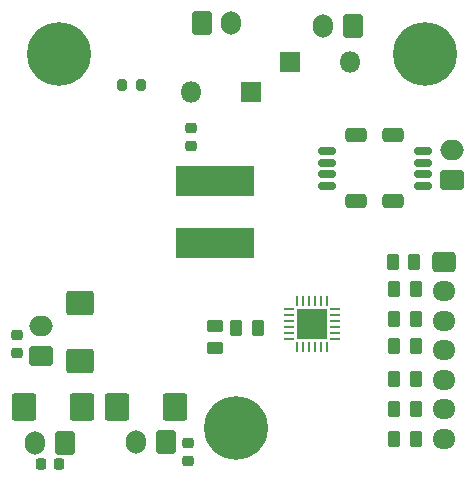
<source format=gbr>
%TF.GenerationSoftware,KiCad,Pcbnew,(6.0.1)*%
%TF.CreationDate,2022-03-12T23:59:44-07:00*%
%TF.ProjectId,PowerBackup,506f7765-7242-4616-936b-75702e6b6963,rev?*%
%TF.SameCoordinates,Original*%
%TF.FileFunction,Soldermask,Bot*%
%TF.FilePolarity,Negative*%
%FSLAX46Y46*%
G04 Gerber Fmt 4.6, Leading zero omitted, Abs format (unit mm)*
G04 Created by KiCad (PCBNEW (6.0.1)) date 2022-03-12 23:59:44*
%MOMM*%
%LPD*%
G01*
G04 APERTURE LIST*
G04 Aperture macros list*
%AMRoundRect*
0 Rectangle with rounded corners*
0 $1 Rounding radius*
0 $2 $3 $4 $5 $6 $7 $8 $9 X,Y pos of 4 corners*
0 Add a 4 corners polygon primitive as box body*
4,1,4,$2,$3,$4,$5,$6,$7,$8,$9,$2,$3,0*
0 Add four circle primitives for the rounded corners*
1,1,$1+$1,$2,$3*
1,1,$1+$1,$4,$5*
1,1,$1+$1,$6,$7*
1,1,$1+$1,$8,$9*
0 Add four rect primitives between the rounded corners*
20,1,$1+$1,$2,$3,$4,$5,0*
20,1,$1+$1,$4,$5,$6,$7,0*
20,1,$1+$1,$6,$7,$8,$9,0*
20,1,$1+$1,$8,$9,$2,$3,0*%
G04 Aperture macros list end*
%ADD10RoundRect,0.200000X0.200000X0.275000X-0.200000X0.275000X-0.200000X-0.275000X0.200000X-0.275000X0*%
%ADD11R,1.800000X1.800000*%
%ADD12O,1.800000X1.800000*%
%ADD13RoundRect,0.250000X0.750000X-0.600000X0.750000X0.600000X-0.750000X0.600000X-0.750000X-0.600000X0*%
%ADD14O,2.000000X1.700000*%
%ADD15RoundRect,0.250000X0.600000X0.750000X-0.600000X0.750000X-0.600000X-0.750000X0.600000X-0.750000X0*%
%ADD16O,1.700000X2.000000*%
%ADD17RoundRect,0.250000X-0.725000X0.600000X-0.725000X-0.600000X0.725000X-0.600000X0.725000X0.600000X0*%
%ADD18O,1.950000X1.700000*%
%ADD19C,5.400000*%
%ADD20RoundRect,0.250000X-0.600000X-0.750000X0.600000X-0.750000X0.600000X0.750000X-0.600000X0.750000X0*%
%ADD21RoundRect,0.250000X0.925000X-0.787500X0.925000X0.787500X-0.925000X0.787500X-0.925000X-0.787500X0*%
%ADD22RoundRect,0.225000X0.225000X0.250000X-0.225000X0.250000X-0.225000X-0.250000X0.225000X-0.250000X0*%
%ADD23RoundRect,0.250000X0.262500X0.450000X-0.262500X0.450000X-0.262500X-0.450000X0.262500X-0.450000X0*%
%ADD24RoundRect,0.250000X0.787500X0.925000X-0.787500X0.925000X-0.787500X-0.925000X0.787500X-0.925000X0*%
%ADD25RoundRect,0.225000X-0.250000X0.225000X-0.250000X-0.225000X0.250000X-0.225000X0.250000X0.225000X0*%
%ADD26RoundRect,0.225000X0.250000X-0.225000X0.250000X0.225000X-0.250000X0.225000X-0.250000X-0.225000X0*%
%ADD27RoundRect,0.062500X0.375000X0.062500X-0.375000X0.062500X-0.375000X-0.062500X0.375000X-0.062500X0*%
%ADD28RoundRect,0.062500X0.062500X0.375000X-0.062500X0.375000X-0.062500X-0.375000X0.062500X-0.375000X0*%
%ADD29R,2.500000X2.500000*%
%ADD30RoundRect,0.150000X-0.625000X0.150000X-0.625000X-0.150000X0.625000X-0.150000X0.625000X0.150000X0*%
%ADD31RoundRect,0.250000X-0.650000X0.350000X-0.650000X-0.350000X0.650000X-0.350000X0.650000X0.350000X0*%
%ADD32RoundRect,0.250000X-0.450000X0.262500X-0.450000X-0.262500X0.450000X-0.262500X0.450000X0.262500X0*%
%ADD33RoundRect,0.150000X0.625000X-0.150000X0.625000X0.150000X-0.625000X0.150000X-0.625000X-0.150000X0*%
%ADD34RoundRect,0.250000X0.650000X-0.350000X0.650000X0.350000X-0.650000X0.350000X-0.650000X-0.350000X0*%
%ADD35R,6.700000X2.500000*%
G04 APERTURE END LIST*
D10*
%TO.C,R25*%
X120375000Y-85000000D03*
X122025000Y-85000000D03*
%TD*%
D11*
%TO.C,D1*%
X134635000Y-83100000D03*
D12*
X139715000Y-83100000D03*
%TD*%
D13*
%TO.C,J6*%
X148325000Y-93025000D03*
D14*
X148325000Y-90525000D03*
%TD*%
D13*
%TO.C,J8*%
X113521000Y-107930000D03*
D14*
X113521000Y-105430000D03*
%TD*%
D11*
%TO.C,D2*%
X131365000Y-85600000D03*
D12*
X126285000Y-85600000D03*
%TD*%
D15*
%TO.C,J9*%
X124100000Y-115275000D03*
D16*
X121600000Y-115275000D03*
%TD*%
D17*
%TO.C,J2*%
X147628764Y-99960836D03*
D18*
X147628764Y-102460836D03*
X147628764Y-104960836D03*
X147628764Y-107460836D03*
X147628764Y-109960836D03*
X147628764Y-112460836D03*
X147628764Y-114960836D03*
%TD*%
D19*
%TO.C,H3*%
X130048000Y-114046000D03*
%TD*%
%TO.C,H1*%
X115062000Y-82423000D03*
%TD*%
D20*
%TO.C,J7*%
X127150000Y-79775000D03*
D16*
X129650000Y-79775000D03*
%TD*%
D19*
%TO.C,H2*%
X146050000Y-82423000D03*
%TD*%
D15*
%TO.C,J10*%
X115550000Y-115333000D03*
D16*
X113050000Y-115333000D03*
%TD*%
D21*
%TO.C,C22*%
X116840000Y-108380500D03*
X116840000Y-103455500D03*
%TD*%
D15*
%TO.C,J1*%
X139954000Y-80010000D03*
D16*
X137454000Y-80010000D03*
%TD*%
D22*
%TO.C,C20*%
X115075000Y-117094000D03*
X113525000Y-117094000D03*
%TD*%
D23*
%TO.C,R1*%
X145162500Y-100000000D03*
X143337500Y-100000000D03*
%TD*%
%TO.C,R7*%
X145266000Y-112446000D03*
X143441000Y-112446000D03*
%TD*%
D24*
%TO.C,C23*%
X117016500Y-112268000D03*
X112091500Y-112268000D03*
%TD*%
D25*
%TO.C,C21*%
X125984000Y-115303000D03*
X125984000Y-116853000D03*
%TD*%
D24*
%TO.C,C24*%
X124890500Y-112268000D03*
X119965500Y-112268000D03*
%TD*%
D23*
%TO.C,R4*%
X145266000Y-114986000D03*
X143441000Y-114986000D03*
%TD*%
D26*
%TO.C,C19*%
X111506000Y-107709000D03*
X111506000Y-106159000D03*
%TD*%
D25*
%TO.C,C13*%
X126238000Y-88633000D03*
X126238000Y-90183000D03*
%TD*%
D23*
%TO.C,R5*%
X145266000Y-107112000D03*
X143441000Y-107112000D03*
%TD*%
D27*
%TO.C,U1*%
X138437500Y-104000000D03*
X138437500Y-104500000D03*
X138437500Y-105000000D03*
X138437500Y-105500000D03*
X138437500Y-106000000D03*
X138437500Y-106500000D03*
D28*
X137750000Y-107187500D03*
X137250000Y-107187500D03*
X136750000Y-107187500D03*
X136250000Y-107187500D03*
X135750000Y-107187500D03*
X135250000Y-107187500D03*
D27*
X134562500Y-106500000D03*
X134562500Y-106000000D03*
X134562500Y-105500000D03*
X134562500Y-105000000D03*
X134562500Y-104500000D03*
X134562500Y-104000000D03*
D28*
X135250000Y-103312500D03*
X135750000Y-103312500D03*
X136250000Y-103312500D03*
X136750000Y-103312500D03*
X137250000Y-103312500D03*
X137750000Y-103312500D03*
D29*
X136500000Y-105250000D03*
%TD*%
D23*
%TO.C,R6*%
X145266000Y-102286000D03*
X143441000Y-102286000D03*
%TD*%
D30*
%TO.C,J5*%
X145875000Y-90575000D03*
X145875000Y-91575000D03*
X145875000Y-92575000D03*
X145875000Y-93575000D03*
D31*
X143350000Y-94875000D03*
X143350000Y-89275000D03*
%TD*%
D23*
%TO.C,R24*%
X131912500Y-105600000D03*
X130087500Y-105600000D03*
%TD*%
%TO.C,R2*%
X145266000Y-104826000D03*
X143441000Y-104826000D03*
%TD*%
D32*
%TO.C,R14*%
X128250000Y-105437500D03*
X128250000Y-107262500D03*
%TD*%
D33*
%TO.C,J3*%
X137725000Y-93575000D03*
X137725000Y-92575000D03*
X137725000Y-91575000D03*
X137725000Y-90575000D03*
D34*
X140250000Y-94875000D03*
X140250000Y-89275000D03*
%TD*%
D23*
%TO.C,R3*%
X145266000Y-109906000D03*
X143441000Y-109906000D03*
%TD*%
D35*
%TO.C,L1*%
X128270000Y-98408000D03*
X128270000Y-93108000D03*
%TD*%
M02*

</source>
